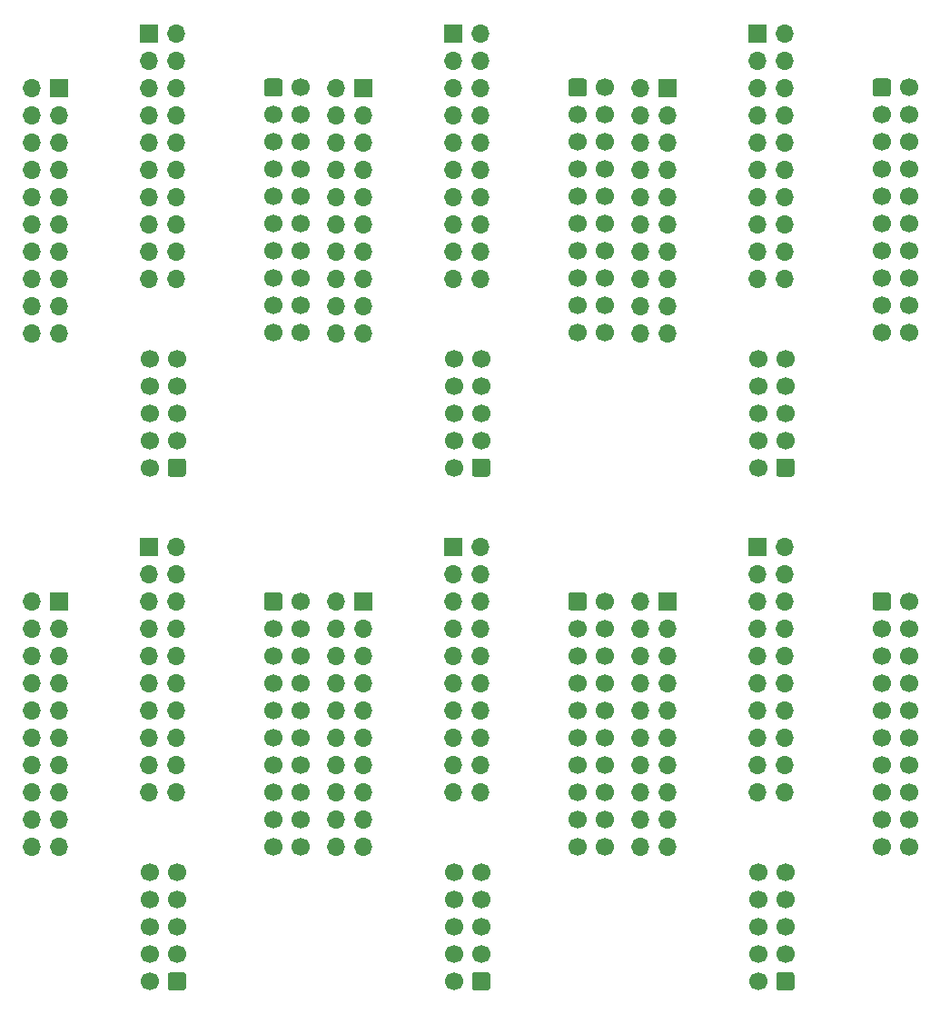
<source format=gts>
%TF.GenerationSoftware,KiCad,Pcbnew,(5.1.10-1-10_14)*%
%TF.CreationDate,2022-06-03T02:51:19+09:00*%
%TF.ProjectId,jtag_sniffer_jig,6a746167-5f73-46e6-9966-6665725f6a69,rev?*%
%TF.SameCoordinates,Original*%
%TF.FileFunction,Soldermask,Top*%
%TF.FilePolarity,Negative*%
%FSLAX46Y46*%
G04 Gerber Fmt 4.6, Leading zero omitted, Abs format (unit mm)*
G04 Created by KiCad (PCBNEW (5.1.10-1-10_14)) date 2022-06-03 02:51:19*
%MOMM*%
%LPD*%
G01*
G04 APERTURE LIST*
%ADD10R,1.700000X1.700000*%
%ADD11O,1.700000X1.700000*%
%ADD12C,1.700000*%
G04 APERTURE END LIST*
D10*
%TO.C,J1*%
X206720000Y-147880000D03*
D11*
X204180000Y-147880000D03*
X206720000Y-150420000D03*
X204180000Y-150420000D03*
X206720000Y-152960000D03*
X204180000Y-152960000D03*
X206720000Y-155500000D03*
X204180000Y-155500000D03*
X206720000Y-158040000D03*
X204180000Y-158040000D03*
X206720000Y-160580000D03*
X204180000Y-160580000D03*
X206720000Y-163120000D03*
X204180000Y-163120000D03*
X206720000Y-165660000D03*
X204180000Y-165660000D03*
X206720000Y-168200000D03*
X204180000Y-168200000D03*
X206720000Y-170740000D03*
X204180000Y-170740000D03*
%TD*%
D10*
%TO.C,J1*%
X178360000Y-147880000D03*
D11*
X175820000Y-147880000D03*
X178360000Y-150420000D03*
X175820000Y-150420000D03*
X178360000Y-152960000D03*
X175820000Y-152960000D03*
X178360000Y-155500000D03*
X175820000Y-155500000D03*
X178360000Y-158040000D03*
X175820000Y-158040000D03*
X178360000Y-160580000D03*
X175820000Y-160580000D03*
X178360000Y-163120000D03*
X175820000Y-163120000D03*
X178360000Y-165660000D03*
X175820000Y-165660000D03*
X178360000Y-168200000D03*
X175820000Y-168200000D03*
X178360000Y-170740000D03*
X175820000Y-170740000D03*
%TD*%
D10*
%TO.C,J1*%
X150000000Y-147880000D03*
D11*
X147460000Y-147880000D03*
X150000000Y-150420000D03*
X147460000Y-150420000D03*
X150000000Y-152960000D03*
X147460000Y-152960000D03*
X150000000Y-155500000D03*
X147460000Y-155500000D03*
X150000000Y-158040000D03*
X147460000Y-158040000D03*
X150000000Y-160580000D03*
X147460000Y-160580000D03*
X150000000Y-163120000D03*
X147460000Y-163120000D03*
X150000000Y-165660000D03*
X147460000Y-165660000D03*
X150000000Y-168200000D03*
X147460000Y-168200000D03*
X150000000Y-170740000D03*
X147460000Y-170740000D03*
%TD*%
D10*
%TO.C,J1*%
X206720000Y-100000000D03*
D11*
X204180000Y-100000000D03*
X206720000Y-102540000D03*
X204180000Y-102540000D03*
X206720000Y-105080000D03*
X204180000Y-105080000D03*
X206720000Y-107620000D03*
X204180000Y-107620000D03*
X206720000Y-110160000D03*
X204180000Y-110160000D03*
X206720000Y-112700000D03*
X204180000Y-112700000D03*
X206720000Y-115240000D03*
X204180000Y-115240000D03*
X206720000Y-117780000D03*
X204180000Y-117780000D03*
X206720000Y-120320000D03*
X204180000Y-120320000D03*
X206720000Y-122860000D03*
X204180000Y-122860000D03*
%TD*%
D10*
%TO.C,J1*%
X178360000Y-100000000D03*
D11*
X175820000Y-100000000D03*
X178360000Y-102540000D03*
X175820000Y-102540000D03*
X178360000Y-105080000D03*
X175820000Y-105080000D03*
X178360000Y-107620000D03*
X175820000Y-107620000D03*
X178360000Y-110160000D03*
X175820000Y-110160000D03*
X178360000Y-112700000D03*
X175820000Y-112700000D03*
X178360000Y-115240000D03*
X175820000Y-115240000D03*
X178360000Y-117780000D03*
X175820000Y-117780000D03*
X178360000Y-120320000D03*
X175820000Y-120320000D03*
X178360000Y-122860000D03*
X175820000Y-122860000D03*
%TD*%
D12*
%TO.C,J3*%
X229260000Y-170730000D03*
X229260000Y-168190000D03*
X229260000Y-165650000D03*
X229260000Y-163110000D03*
X229260000Y-160570000D03*
X229260000Y-158030000D03*
X229260000Y-155490000D03*
X229260000Y-152950000D03*
X229260000Y-150410000D03*
X229260000Y-147870000D03*
X226720000Y-170730000D03*
X226720000Y-168190000D03*
X226720000Y-165650000D03*
X226720000Y-163110000D03*
X226720000Y-160570000D03*
X226720000Y-158030000D03*
X226720000Y-155490000D03*
X226720000Y-152950000D03*
X226720000Y-150410000D03*
G36*
G01*
X225870000Y-148470000D02*
X225870000Y-147270000D01*
G75*
G02*
X226120000Y-147020000I250000J0D01*
G01*
X227320000Y-147020000D01*
G75*
G02*
X227570000Y-147270000I0J-250000D01*
G01*
X227570000Y-148470000D01*
G75*
G02*
X227320000Y-148720000I-250000J0D01*
G01*
X226120000Y-148720000D01*
G75*
G02*
X225870000Y-148470000I0J250000D01*
G01*
G37*
%TD*%
%TO.C,J3*%
X200900000Y-170730000D03*
X200900000Y-168190000D03*
X200900000Y-165650000D03*
X200900000Y-163110000D03*
X200900000Y-160570000D03*
X200900000Y-158030000D03*
X200900000Y-155490000D03*
X200900000Y-152950000D03*
X200900000Y-150410000D03*
X200900000Y-147870000D03*
X198360000Y-170730000D03*
X198360000Y-168190000D03*
X198360000Y-165650000D03*
X198360000Y-163110000D03*
X198360000Y-160570000D03*
X198360000Y-158030000D03*
X198360000Y-155490000D03*
X198360000Y-152950000D03*
X198360000Y-150410000D03*
G36*
G01*
X197510000Y-148470000D02*
X197510000Y-147270000D01*
G75*
G02*
X197760000Y-147020000I250000J0D01*
G01*
X198960000Y-147020000D01*
G75*
G02*
X199210000Y-147270000I0J-250000D01*
G01*
X199210000Y-148470000D01*
G75*
G02*
X198960000Y-148720000I-250000J0D01*
G01*
X197760000Y-148720000D01*
G75*
G02*
X197510000Y-148470000I0J250000D01*
G01*
G37*
%TD*%
%TO.C,J3*%
X172540000Y-170730000D03*
X172540000Y-168190000D03*
X172540000Y-165650000D03*
X172540000Y-163110000D03*
X172540000Y-160570000D03*
X172540000Y-158030000D03*
X172540000Y-155490000D03*
X172540000Y-152950000D03*
X172540000Y-150410000D03*
X172540000Y-147870000D03*
X170000000Y-170730000D03*
X170000000Y-168190000D03*
X170000000Y-165650000D03*
X170000000Y-163110000D03*
X170000000Y-160570000D03*
X170000000Y-158030000D03*
X170000000Y-155490000D03*
X170000000Y-152950000D03*
X170000000Y-150410000D03*
G36*
G01*
X169150000Y-148470000D02*
X169150000Y-147270000D01*
G75*
G02*
X169400000Y-147020000I250000J0D01*
G01*
X170600000Y-147020000D01*
G75*
G02*
X170850000Y-147270000I0J-250000D01*
G01*
X170850000Y-148470000D01*
G75*
G02*
X170600000Y-148720000I-250000J0D01*
G01*
X169400000Y-148720000D01*
G75*
G02*
X169150000Y-148470000I0J250000D01*
G01*
G37*
%TD*%
%TO.C,J3*%
X229260000Y-122850000D03*
X229260000Y-120310000D03*
X229260000Y-117770000D03*
X229260000Y-115230000D03*
X229260000Y-112690000D03*
X229260000Y-110150000D03*
X229260000Y-107610000D03*
X229260000Y-105070000D03*
X229260000Y-102530000D03*
X229260000Y-99990000D03*
X226720000Y-122850000D03*
X226720000Y-120310000D03*
X226720000Y-117770000D03*
X226720000Y-115230000D03*
X226720000Y-112690000D03*
X226720000Y-110150000D03*
X226720000Y-107610000D03*
X226720000Y-105070000D03*
X226720000Y-102530000D03*
G36*
G01*
X225870000Y-100590000D02*
X225870000Y-99390000D01*
G75*
G02*
X226120000Y-99140000I250000J0D01*
G01*
X227320000Y-99140000D01*
G75*
G02*
X227570000Y-99390000I0J-250000D01*
G01*
X227570000Y-100590000D01*
G75*
G02*
X227320000Y-100840000I-250000J0D01*
G01*
X226120000Y-100840000D01*
G75*
G02*
X225870000Y-100590000I0J250000D01*
G01*
G37*
%TD*%
%TO.C,J3*%
X200900000Y-122850000D03*
X200900000Y-120310000D03*
X200900000Y-117770000D03*
X200900000Y-115230000D03*
X200900000Y-112690000D03*
X200900000Y-110150000D03*
X200900000Y-107610000D03*
X200900000Y-105070000D03*
X200900000Y-102530000D03*
X200900000Y-99990000D03*
X198360000Y-122850000D03*
X198360000Y-120310000D03*
X198360000Y-117770000D03*
X198360000Y-115230000D03*
X198360000Y-112690000D03*
X198360000Y-110150000D03*
X198360000Y-107610000D03*
X198360000Y-105070000D03*
X198360000Y-102530000D03*
G36*
G01*
X197510000Y-100590000D02*
X197510000Y-99390000D01*
G75*
G02*
X197760000Y-99140000I250000J0D01*
G01*
X198960000Y-99140000D01*
G75*
G02*
X199210000Y-99390000I0J-250000D01*
G01*
X199210000Y-100590000D01*
G75*
G02*
X198960000Y-100840000I-250000J0D01*
G01*
X197760000Y-100840000D01*
G75*
G02*
X197510000Y-100590000I0J250000D01*
G01*
G37*
%TD*%
D10*
%TO.C,J2*%
X215150000Y-142800000D03*
D11*
X217690000Y-142800000D03*
X215150000Y-145340000D03*
X217690000Y-145340000D03*
X215150000Y-147880000D03*
X217690000Y-147880000D03*
X215150000Y-150420000D03*
X217690000Y-150420000D03*
X215150000Y-152960000D03*
X217690000Y-152960000D03*
X215150000Y-155500000D03*
X217690000Y-155500000D03*
X215150000Y-158040000D03*
X217690000Y-158040000D03*
X215150000Y-160580000D03*
X217690000Y-160580000D03*
X215150000Y-163120000D03*
X217690000Y-163120000D03*
X215150000Y-165660000D03*
X217690000Y-165660000D03*
%TD*%
D10*
%TO.C,J2*%
X186790000Y-142800000D03*
D11*
X189330000Y-142800000D03*
X186790000Y-145340000D03*
X189330000Y-145340000D03*
X186790000Y-147880000D03*
X189330000Y-147880000D03*
X186790000Y-150420000D03*
X189330000Y-150420000D03*
X186790000Y-152960000D03*
X189330000Y-152960000D03*
X186790000Y-155500000D03*
X189330000Y-155500000D03*
X186790000Y-158040000D03*
X189330000Y-158040000D03*
X186790000Y-160580000D03*
X189330000Y-160580000D03*
X186790000Y-163120000D03*
X189330000Y-163120000D03*
X186790000Y-165660000D03*
X189330000Y-165660000D03*
%TD*%
D10*
%TO.C,J2*%
X158430000Y-142800000D03*
D11*
X160970000Y-142800000D03*
X158430000Y-145340000D03*
X160970000Y-145340000D03*
X158430000Y-147880000D03*
X160970000Y-147880000D03*
X158430000Y-150420000D03*
X160970000Y-150420000D03*
X158430000Y-152960000D03*
X160970000Y-152960000D03*
X158430000Y-155500000D03*
X160970000Y-155500000D03*
X158430000Y-158040000D03*
X160970000Y-158040000D03*
X158430000Y-160580000D03*
X160970000Y-160580000D03*
X158430000Y-163120000D03*
X160970000Y-163120000D03*
X158430000Y-165660000D03*
X160970000Y-165660000D03*
%TD*%
D10*
%TO.C,J2*%
X215150000Y-94920000D03*
D11*
X217690000Y-94920000D03*
X215150000Y-97460000D03*
X217690000Y-97460000D03*
X215150000Y-100000000D03*
X217690000Y-100000000D03*
X215150000Y-102540000D03*
X217690000Y-102540000D03*
X215150000Y-105080000D03*
X217690000Y-105080000D03*
X215150000Y-107620000D03*
X217690000Y-107620000D03*
X215150000Y-110160000D03*
X217690000Y-110160000D03*
X215150000Y-112700000D03*
X217690000Y-112700000D03*
X215150000Y-115240000D03*
X217690000Y-115240000D03*
X215150000Y-117780000D03*
X217690000Y-117780000D03*
%TD*%
D10*
%TO.C,J2*%
X186790000Y-94920000D03*
D11*
X189330000Y-94920000D03*
X186790000Y-97460000D03*
X189330000Y-97460000D03*
X186790000Y-100000000D03*
X189330000Y-100000000D03*
X186790000Y-102540000D03*
X189330000Y-102540000D03*
X186790000Y-105080000D03*
X189330000Y-105080000D03*
X186790000Y-107620000D03*
X189330000Y-107620000D03*
X186790000Y-110160000D03*
X189330000Y-110160000D03*
X186790000Y-112700000D03*
X189330000Y-112700000D03*
X186790000Y-115240000D03*
X189330000Y-115240000D03*
X186790000Y-117780000D03*
X189330000Y-117780000D03*
%TD*%
%TO.C,J4*%
G36*
G01*
X218580000Y-182670000D02*
X218580000Y-183870000D01*
G75*
G02*
X218330000Y-184120000I-250000J0D01*
G01*
X217130000Y-184120000D01*
G75*
G02*
X216880000Y-183870000I0J250000D01*
G01*
X216880000Y-182670000D01*
G75*
G02*
X217130000Y-182420000I250000J0D01*
G01*
X218330000Y-182420000D01*
G75*
G02*
X218580000Y-182670000I0J-250000D01*
G01*
G37*
D12*
X217730000Y-180730000D03*
X217730000Y-178190000D03*
X217730000Y-175650000D03*
X217730000Y-173110000D03*
X215190000Y-183270000D03*
X215190000Y-180730000D03*
X215190000Y-178190000D03*
X215190000Y-175650000D03*
X215190000Y-173110000D03*
%TD*%
%TO.C,J4*%
G36*
G01*
X190220000Y-182670000D02*
X190220000Y-183870000D01*
G75*
G02*
X189970000Y-184120000I-250000J0D01*
G01*
X188770000Y-184120000D01*
G75*
G02*
X188520000Y-183870000I0J250000D01*
G01*
X188520000Y-182670000D01*
G75*
G02*
X188770000Y-182420000I250000J0D01*
G01*
X189970000Y-182420000D01*
G75*
G02*
X190220000Y-182670000I0J-250000D01*
G01*
G37*
X189370000Y-180730000D03*
X189370000Y-178190000D03*
X189370000Y-175650000D03*
X189370000Y-173110000D03*
X186830000Y-183270000D03*
X186830000Y-180730000D03*
X186830000Y-178190000D03*
X186830000Y-175650000D03*
X186830000Y-173110000D03*
%TD*%
%TO.C,J4*%
G36*
G01*
X161860000Y-182670000D02*
X161860000Y-183870000D01*
G75*
G02*
X161610000Y-184120000I-250000J0D01*
G01*
X160410000Y-184120000D01*
G75*
G02*
X160160000Y-183870000I0J250000D01*
G01*
X160160000Y-182670000D01*
G75*
G02*
X160410000Y-182420000I250000J0D01*
G01*
X161610000Y-182420000D01*
G75*
G02*
X161860000Y-182670000I0J-250000D01*
G01*
G37*
X161010000Y-180730000D03*
X161010000Y-178190000D03*
X161010000Y-175650000D03*
X161010000Y-173110000D03*
X158470000Y-183270000D03*
X158470000Y-180730000D03*
X158470000Y-178190000D03*
X158470000Y-175650000D03*
X158470000Y-173110000D03*
%TD*%
%TO.C,J4*%
G36*
G01*
X218580000Y-134790000D02*
X218580000Y-135990000D01*
G75*
G02*
X218330000Y-136240000I-250000J0D01*
G01*
X217130000Y-136240000D01*
G75*
G02*
X216880000Y-135990000I0J250000D01*
G01*
X216880000Y-134790000D01*
G75*
G02*
X217130000Y-134540000I250000J0D01*
G01*
X218330000Y-134540000D01*
G75*
G02*
X218580000Y-134790000I0J-250000D01*
G01*
G37*
X217730000Y-132850000D03*
X217730000Y-130310000D03*
X217730000Y-127770000D03*
X217730000Y-125230000D03*
X215190000Y-135390000D03*
X215190000Y-132850000D03*
X215190000Y-130310000D03*
X215190000Y-127770000D03*
X215190000Y-125230000D03*
%TD*%
%TO.C,J4*%
G36*
G01*
X190220000Y-134790000D02*
X190220000Y-135990000D01*
G75*
G02*
X189970000Y-136240000I-250000J0D01*
G01*
X188770000Y-136240000D01*
G75*
G02*
X188520000Y-135990000I0J250000D01*
G01*
X188520000Y-134790000D01*
G75*
G02*
X188770000Y-134540000I250000J0D01*
G01*
X189970000Y-134540000D01*
G75*
G02*
X190220000Y-134790000I0J-250000D01*
G01*
G37*
X189370000Y-132850000D03*
X189370000Y-130310000D03*
X189370000Y-127770000D03*
X189370000Y-125230000D03*
X186830000Y-135390000D03*
X186830000Y-132850000D03*
X186830000Y-130310000D03*
X186830000Y-127770000D03*
X186830000Y-125230000D03*
%TD*%
D11*
%TO.C,J2*%
X160970000Y-117780000D03*
X158430000Y-117780000D03*
X160970000Y-115240000D03*
X158430000Y-115240000D03*
X160970000Y-112700000D03*
X158430000Y-112700000D03*
X160970000Y-110160000D03*
X158430000Y-110160000D03*
X160970000Y-107620000D03*
X158430000Y-107620000D03*
X160970000Y-105080000D03*
X158430000Y-105080000D03*
X160970000Y-102540000D03*
X158430000Y-102540000D03*
X160970000Y-100000000D03*
X158430000Y-100000000D03*
X160970000Y-97460000D03*
X158430000Y-97460000D03*
X160970000Y-94920000D03*
D10*
X158430000Y-94920000D03*
%TD*%
D12*
%TO.C,J4*%
X158470000Y-125230000D03*
X158470000Y-127770000D03*
X158470000Y-130310000D03*
X158470000Y-132850000D03*
X158470000Y-135390000D03*
X161010000Y-125230000D03*
X161010000Y-127770000D03*
X161010000Y-130310000D03*
X161010000Y-132850000D03*
G36*
G01*
X161860000Y-134790000D02*
X161860000Y-135990000D01*
G75*
G02*
X161610000Y-136240000I-250000J0D01*
G01*
X160410000Y-136240000D01*
G75*
G02*
X160160000Y-135990000I0J250000D01*
G01*
X160160000Y-134790000D01*
G75*
G02*
X160410000Y-134540000I250000J0D01*
G01*
X161610000Y-134540000D01*
G75*
G02*
X161860000Y-134790000I0J-250000D01*
G01*
G37*
%TD*%
%TO.C,J3*%
G36*
G01*
X169150000Y-100590000D02*
X169150000Y-99390000D01*
G75*
G02*
X169400000Y-99140000I250000J0D01*
G01*
X170600000Y-99140000D01*
G75*
G02*
X170850000Y-99390000I0J-250000D01*
G01*
X170850000Y-100590000D01*
G75*
G02*
X170600000Y-100840000I-250000J0D01*
G01*
X169400000Y-100840000D01*
G75*
G02*
X169150000Y-100590000I0J250000D01*
G01*
G37*
X170000000Y-102530000D03*
X170000000Y-105070000D03*
X170000000Y-107610000D03*
X170000000Y-110150000D03*
X170000000Y-112690000D03*
X170000000Y-115230000D03*
X170000000Y-117770000D03*
X170000000Y-120310000D03*
X170000000Y-122850000D03*
X172540000Y-99990000D03*
X172540000Y-102530000D03*
X172540000Y-105070000D03*
X172540000Y-107610000D03*
X172540000Y-110150000D03*
X172540000Y-112690000D03*
X172540000Y-115230000D03*
X172540000Y-117770000D03*
X172540000Y-120310000D03*
X172540000Y-122850000D03*
%TD*%
D11*
%TO.C,J1*%
X147460000Y-122860000D03*
X150000000Y-122860000D03*
X147460000Y-120320000D03*
X150000000Y-120320000D03*
X147460000Y-117780000D03*
X150000000Y-117780000D03*
X147460000Y-115240000D03*
X150000000Y-115240000D03*
X147460000Y-112700000D03*
X150000000Y-112700000D03*
X147460000Y-110160000D03*
X150000000Y-110160000D03*
X147460000Y-107620000D03*
X150000000Y-107620000D03*
X147460000Y-105080000D03*
X150000000Y-105080000D03*
X147460000Y-102540000D03*
X150000000Y-102540000D03*
X147460000Y-100000000D03*
D10*
X150000000Y-100000000D03*
%TD*%
M02*

</source>
